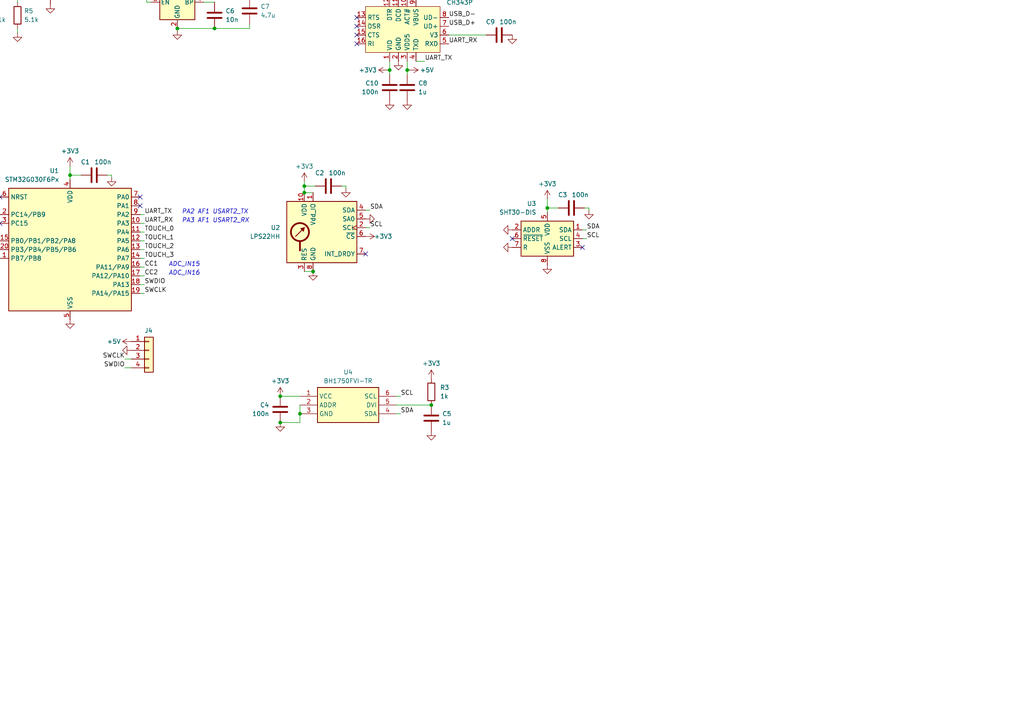
<source format=kicad_sch>
(kicad_sch (version 20230121) (generator eeschema)
  (paper "A4")
  (lib_symbols
    (symbol "BH1750FVI-TR:BH1750FVI-TR"
      (property "Reference" "U" (at 24.13 7.62 0))
      (property "Value" "BH1750FVI-TR" (at 24.13 5.08 0))
      (symbol "BH1750FVI-TR_1_1"
        (rectangle (start 5.08 2.54) (end 22.86 -7.62) (stroke (width 0.254)) (fill (type background)))
        (pin passive line (at 0 0 0) (length 5.08) (name "VCC") (number "1"))
        (pin passive line (at 0 -2.54 0) (length 5.08) (name "ADDR") (number "2"))
        (pin passive line (at 0 -5.08 0) (length 5.08) (name "GND") (number "3"))
        (pin passive line (at 27.94 -5.08 180) (length 5.08) (name "SDA") (number "4"))
        (pin passive line (at 27.94 -2.54 180) (length 5.08) (name "DVI") (number "5"))
        (pin passive line (at 27.94 0 180) (length 5.08) (name "SCL") (number "6"))
      )
    )
    (symbol "Connector:USB_C_Receptacle_USB2.0_14P" (pin_names (offset 1.016))
      (property "Reference" "J" (at 0 22.225 0))
      (property "Value" "USB_C_Receptacle_USB2.0_14P" (at 0 19.685 0))
      (symbol "USB_C_Receptacle_USB2.0_14P_0_0"
        (rectangle (start -0.254 -17.78) (end 0.254 -16.764))
        (rectangle (start 10.16 -4.826) (end 9.144 -5.334))
        (rectangle (start 10.16 -2.286) (end 9.144 -2.794))
        (rectangle (start 10.16 0.254) (end 9.144 -0.254))
        (rectangle (start 10.16 2.794) (end 9.144 2.286))
        (rectangle (start 10.16 7.874) (end 9.144 7.366))
        (rectangle (start 10.16 10.414) (end 9.144 9.906))
        (rectangle (start 10.16 15.494) (end 9.144 14.986))
      )
      (symbol "USB_C_Receptacle_USB2.0_14P_0_1"
        (rectangle (start -10.16 17.78) (end 10.16 -17.78) (stroke (width 0.254)) (fill (type background)))
        (arc (start -8.89 -3.81) (mid -6.985 -5.7067) (end -5.08 -3.81) (stroke (width 0.508)))
        (arc (start -7.62 -3.81) (mid -6.985 -4.4423) (end -6.35 -3.81) (stroke (width 0.254)))
        (arc (start -7.62 -3.81) (mid -6.985 -4.4423) (end -6.35 -3.81) (stroke (width 0.254)) (fill (type outline)))
        (rectangle (start -7.62 -3.81) (end -6.35 3.81) (stroke (width 0.254)) (fill (type outline)))
        (arc (start -6.35 3.81) (mid -6.985 4.4423) (end -7.62 3.81) (stroke (width 0.254)))
        (arc (start -6.35 3.81) (mid -6.985 4.4423) (end -7.62 3.81) (stroke (width 0.254)) (fill (type outline)))
        (arc (start -5.08 3.81) (mid -6.985 5.7067) (end -8.89 3.81) (stroke (width 0.508)))
        (circle (center -2.54 1.143) (radius 0.635) (stroke (width 0.254)) (fill (type outline)))
        (circle (center 0 -5.842) (radius 1.27) (fill (type outline)))
        (polyline (pts (xy -8.89 -3.81) (xy -8.89 3.81)) (stroke (width 0.508)))
        (polyline (pts (xy -5.08 3.81) (xy -5.08 -3.81)) (stroke (width 0.508)))
        (polyline (pts (xy 0 -5.842) (xy 0 4.318)) (stroke (width 0.508)))
        (polyline (pts (xy 0 -3.302) (xy -2.54 -0.762) (xy -2.54 0.508)) (stroke (width 0.508)))
        (polyline (pts (xy 0 -2.032) (xy 2.54 0.508) (xy 2.54 1.778)) (stroke (width 0.508)))
        (polyline (pts (xy -1.27 4.318) (xy 0 6.858) (xy 1.27 4.318) (xy -1.27 4.318)) (stroke (width 0.254)) (fill (type outline)))
        (rectangle (start 1.905 1.778) (end 3.175 3.048) (stroke (width 0.254)) (fill (type outline)))
      )
      (symbol "USB_C_Receptacle_USB2.0_14P_1_1"
        (pin passive line (at 0 -22.86 90) (length 5.08) (name "GND") (number "A1"))
        (pin passive line (at 0 -22.86 90) (length 5.08) hide (name "GND") (number "A12"))
        (pin passive line (at 15.24 15.24 180) (length 5.08) (name "VBUS") (number "A4"))
        (pin bidirectional line (at 15.24 10.16 180) (length 5.08) (name "CC1") (number "A5"))
        (pin bidirectional line (at 15.24 -2.54 180) (length 5.08) (name "D+") (number "A6"))
        (pin bidirectional line (at 15.24 2.54 180) (length 5.08) (name "D-") (number "A7"))
        (pin passive line (at 15.24 15.24 180) (length 5.08) hide (name "VBUS") (number "A9"))
        (pin passive line (at 0 -22.86 90) (length 5.08) hide (name "GND") (number "B1"))
        (pin passive line (at 0 -22.86 90) (length 5.08) hide (name "GND") (number "B12"))
        (pin passive line (at 15.24 15.24 180) (length 5.08) hide (name "VBUS") (number "B4"))
        (pin bidirectional line (at 15.24 7.62 180) (length 5.08) (name "CC2") (number "B5"))
        (pin bidirectional line (at 15.24 -5.08 180) (length 5.08) (name "D+") (number "B6"))
        (pin bidirectional line (at 15.24 0 180) (length 5.08) (name "D-") (number "B7"))
        (pin passive line (at 15.24 15.24 180) (length 5.08) hide (name "VBUS") (number "B9"))
        (pin passive line (at -7.62 -22.86 90) (length 5.08) (name "SHIELD") (number "S1"))
      )
    )
    (symbol "Connector_Generic:Conn_01x03" (pin_names (offset 1.016) hide)
      (property "Reference" "J" (at 0 5.08 0))
      (property "Value" "Conn_01x03" (at 0 -5.08 0))
      (symbol "Conn_01x03_1_1"
        (rectangle (start -1.27 -2.413) (end 0 -2.667) (stroke (width 0.1524)))
        (rectangle (start -1.27 0.127) (end 0 -0.127) (stroke (width 0.1524)))
        (rectangle (start -1.27 2.667) (end 0 2.413) (stroke (width 0.1524)))
        (rectangle (start -1.27 3.81) (end 1.27 -3.81) (stroke (width 0.254)) (fill (type background)))
        (pin passive line (at -5.08 2.54 0) (length 3.81) (name "Pin_1") (number "1"))
        (pin passive line (at -5.08 0 0) (length 3.81) (name "Pin_2") (number "2"))
        (pin passive line (at -5.08 -2.54 0) (length 3.81) (name "Pin_3") (number "3"))
      )
    )
    (symbol "Connector_Generic:Conn_01x04" (pin_names (offset 1.016) hide)
      (property "Reference" "J" (at 0 5.08 0))
      (property "Value" "Conn_01x04" (at 0 -7.62 0))
      (symbol "Conn_01x04_1_1"
        (rectangle (start -1.27 -4.953) (end 0 -5.207) (stroke (width 0.1524)))
        (rectangle (start -1.27 -2.413) (end 0 -2.667) (stroke (width 0.1524)))
        (rectangle (start -1.27 0.127) (end 0 -0.127) (stroke (width 0.1524)))
        (rectangle (start -1.27 2.667) (end 0 2.413) (stroke (width 0.1524)))
        (rectangle (start -1.27 3.81) (end 1.27 -6.35) (stroke (width 0.254)) (fill (type background)))
        (pin passive line (at -5.08 2.54 0) (length 3.81) (name "Pin_1") (number "1"))
        (pin passive line (at -5.08 0 0) (length 3.81) (name "Pin_2") (number "2"))
        (pin passive line (at -5.08 -2.54 0) (length 3.81) (name "Pin_3") (number "3"))
        (pin passive line (at -5.08 -5.08 0) (length 3.81) (name "Pin_4") (number "4"))
      )
    )
    (symbol "Device:C" (pin_numbers hide) (pin_names (offset 0.254))
      (property "Reference" "C" (at 0.635 2.54 0))
      (property "Value" "C" (at 0.635 -2.54 0))
      (symbol "C_0_1"
        (polyline (pts (xy -2.032 -0.762) (xy 2.032 -0.762)) (stroke (width 0.508)))
        (polyline (pts (xy -2.032 0.762) (xy 2.032 0.762)) (stroke (width 0.508)))
      )
      (symbol "C_1_1"
        (pin passive line (at 0 3.81 270) (length 2.794) (name "~") (number "1"))
        (pin passive line (at 0 -3.81 90) (length 2.794) (name "~") (number "2"))
      )
    )
    (symbol "Device:R" (pin_numbers hide) (pin_names (offset 0))
      (property "Reference" "R" (at 2.032 0 90))
      (property "Value" "R" (at 0 0 90))
      (symbol "R_0_1"
        (rectangle (start -1.016 -2.54) (end 1.016 2.54) (stroke (width 0.254)))
      )
      (symbol "R_1_1"
        (pin passive line (at 0 3.81 270) (length 1.27) (name "~") (number "1"))
        (pin passive line (at 0 -3.81 90) (length 1.27) (name "~") (number "2"))
      )
    )
    (symbol "Diode:SMF5V0A" (pin_numbers hide) (pin_names (offset 1.016) hide)
      (property "Reference" "D" (at 0 2.54 0))
      (property "Value" "SMF5V0A" (at 0 -2.54 0))
      (symbol "SMF5V0A_0_1"
        (polyline (pts (xy -0.762 1.27) (xy -1.27 1.27) (xy -1.27 -1.27)) (stroke (width 0.254)))
        (polyline (pts (xy 1.27 1.27) (xy 1.27 -1.27) (xy -1.27 0) (xy 1.27 1.27)) (stroke (width 0.254)))
      )
      (symbol "SMF5V0A_1_1"
        (pin passive line (at -3.81 0 0) (length 2.54) (name "A1") (number "1"))
        (pin passive line (at 3.81 0 180) (length 2.54) (name "A2") (number "2"))
      )
    )
    (symbol "MCU_ST_STM32G0:STM32G030F6Px"
      (property "Reference" "U" (at -17.78 19.05 0))
      (property "Value" "STM32G030F6Px" (at 2.54 19.05 0))
      (symbol "STM32G030F6Px_0_1"
        (rectangle (start -17.78 -17.78) (end 17.78 17.78) (stroke (width 0.254)) (fill (type background)))
      )
      (symbol "STM32G030F6Px_1_1"
        (pin bidirectional line (at -20.32 -2.54 0) (length 2.54) (name "PB7/PB8") (number "1"))
        (pin bidirectional line (at 20.32 7.62 180) (length 2.54) (name "PA3") (number "10"))
        (pin bidirectional line (at 20.32 5.08 180) (length 2.54) (name "PA4") (number "11"))
        (pin bidirectional line (at 20.32 2.54 180) (length 2.54) (name "PA5") (number "12"))
        (pin bidirectional line (at 20.32 0 180) (length 2.54) (name "PA6") (number "13"))
        (pin bidirectional line (at 20.32 -2.54 180) (length 2.54) (name "PA7") (number "14"))
        (pin bidirectional line (at -20.32 2.54 0) (length 2.54) (name "PB0/PB1/PB2/PA8") (number "15"))
        (pin bidirectional line (at 20.32 -5.08 180) (length 2.54) (name "PA11/PA9") (number "16"))
        (pin bidirectional line (at 20.32 -7.62 180) (length 2.54) (name "PA12/PA10") (number "17"))
        (pin bidirectional line (at 20.32 -10.16 180) (length 2.54) (name "PA13") (number "18"))
        (pin bidirectional line (at 20.32 -12.7 180) (length 2.54) (name "PA14/PA15") (number "19"))
        (pin bidirectional line (at -20.32 10.16 0) (length 2.54) (name "PC14/PB9") (number "2"))
        (pin bidirectional line (at -20.32 0 0) (length 2.54) (name "PB3/PB4/PB5/PB6") (number "20"))
        (pin bidirectional line (at -20.32 7.62 0) (length 2.54) (name "PC15") (number "3"))
        (pin power_in line (at 0 20.32 270) (length 2.54) (name "VDD") (number "4"))
        (pin power_in line (at 0 -20.32 90) (length 2.54) (name "VSS") (number "5"))
        (pin input line (at -20.32 15.24 0) (length 2.54) (name "NRST") (number "6"))
        (pin bidirectional line (at 20.32 15.24 180) (length 2.54) (name "PA0") (number "7"))
        (pin bidirectional line (at 20.32 12.7 180) (length 2.54) (name "PA1") (number "8"))
        (pin bidirectional line (at 20.32 10.16 180) (length 2.54) (name "PA2") (number "9"))
      )
    )
    (symbol "Mushroom_symbols:CH343P"
      (property "Reference" "U" (at -12.7 11.43 0))
      (property "Value" "CH343P" (at -12.7 8.89 0))
      (symbol "CH343P_1_1"
        (rectangle (start -10.795 6.985) (end 10.795 -6.35) (fill (type background)))
        (pin passive line (at -3.81 -8.89 90) (length 2.54) (name "VIO") (number "1"))
        (pin passive line (at 1.27 9.525 270) (length 2.54) (name "ACT#") (number "10"))
        (pin passive line (at -1.27 9.525 270) (length 2.54) (name "DCD") (number "11"))
        (pin passive line (at -3.81 9.525 270) (length 2.54) (name "DTR") (number "12"))
        (pin passive line (at -13.335 3.81 0) (length 2.54) (name "RTS") (number "13"))
        (pin passive line (at -13.335 1.27 0) (length 2.54) (name "DSR") (number "14"))
        (pin passive line (at -13.335 -1.27 0) (length 2.54) (name "CTS") (number "15"))
        (pin passive line (at -13.335 -3.81 0) (length 2.54) (name "RI") (number "16"))
        (pin passive line (at -1.27 -8.89 90) (length 2.54) hide (name "GND") (number "17"))
        (pin passive line (at -1.27 -8.89 90) (length 2.54) (name "GND") (number "2"))
        (pin passive line (at 1.27 -8.89 90) (length 2.54) (name "VDD5") (number "3"))
        (pin passive line (at 3.81 -8.89 90) (length 2.54) (name "TXD") (number "4"))
        (pin passive line (at 13.335 -3.81 180) (length 2.54) (name "RXD") (number "5"))
        (pin passive line (at 13.335 -1.27 180) (length 2.54) (name "V3") (number "6"))
        (pin passive line (at 13.335 1.27 180) (length 2.54) (name "UD+") (number "7"))
        (pin passive line (at 13.335 3.81 180) (length 2.54) (name "UD-") (number "8"))
        (pin passive line (at 3.81 9.525 270) (length 2.54) (name "VBUS") (number "9"))
      )
    )
    (symbol "Mushroom_symbols:R_Network04_Split" (pin_names (offset 0) hide)
      (property "Reference" "RN" (at 2.032 0 90))
      (property "Value" "R_Network04_Split" (at 0 0 90))
      (symbol "R_Network04_Split_0_1"
        (rectangle (start -1.016 2.54) (end 1.016 -2.54) (stroke (width 0.254)))
      )
      (symbol "R_Network04_Split_1_1"
        (pin passive line (at 0 3.81 270) (length 1.27) (name "R1.1") (number "1"))
        (pin passive line (at 0 -3.81 90) (length 1.27) (name "R1.2") (number "8"))
      )
      (symbol "R_Network04_Split_2_1"
        (pin passive line (at 0 3.81 270) (length 1.27) (name "R2.1") (number "2"))
        (pin passive line (at 0 -3.81 90) (length 1.27) (name "R2.2") (number "7"))
      )
      (symbol "R_Network04_Split_3_0"
        (pin passive line (at 0 -3.81 90) (length 1.27) (name "R3.2") (number "6"))
      )
      (symbol "R_Network04_Split_3_1"
        (pin passive line (at 0 3.81 270) (length 1.27) (name "R3.1") (number "3"))
      )
      (symbol "R_Network04_Split_4_0"
        (pin passive line (at 0 3.81 270) (length 1.27) (name "R4.1") (number "4"))
        (pin passive line (at 0 -3.81 90) (length 1.27) (name "R4.2") (number "5"))
      )
    )
    (symbol "Regulator_Linear:SPX3819M5-L-3-3" (pin_names (offset 0.254))
      (property "Reference" "U" (at -3.81 5.715 0))
      (property "Value" "SPX3819M5-L-3-3" (at 0 5.715 0))
      (symbol "SPX3819M5-L-3-3_0_1"
        (rectangle (start -5.08 4.445) (end 5.08 -5.08) (stroke (width 0.254)) (fill (type background)))
      )
      (symbol "SPX3819M5-L-3-3_1_1"
        (pin power_in line (at -7.62 2.54 0) (length 2.54) (name "IN") (number "1"))
        (pin power_in line (at 0 -7.62 90) (length 2.54) (name "GND") (number "2"))
        (pin input line (at -7.62 0 0) (length 2.54) (name "EN") (number "3"))
        (pin input line (at 7.62 0 180) (length 2.54) (name "BP") (number "4"))
        (pin power_out line (at 7.62 2.54 180) (length 2.54) (name "OUT") (number "5"))
      )
    )
    (symbol "Sensor_Humidity:SHT30-DIS"
      (property "Reference" "U" (at -6.35 6.35 0))
      (property "Value" "SHT30-DIS" (at 6.35 6.35 0))
      (symbol "SHT30-DIS_0_1"
        (rectangle (start -7.62 5.08) (end 7.62 -5.08) (stroke (width 0.254)) (fill (type background)))
      )
      (symbol "SHT30-DIS_1_1"
        (pin bidirectional line (at 10.16 2.54 180) (length 2.54) (name "SDA") (number "1"))
        (pin input line (at -10.16 2.54 0) (length 2.54) (name "ADDR") (number "2"))
        (pin output line (at 10.16 -2.54 180) (length 2.54) (name "ALERT") (number "3"))
        (pin input line (at 10.16 0 180) (length 2.54) (name "SCL") (number "4"))
        (pin power_in line (at 0 7.62 270) (length 2.54) (name "VDD") (number "5"))
        (pin input line (at -10.16 0 0) (length 2.54) (name "~{RESET}") (number "6"))
        (pin passive line (at -10.16 -2.54 0) (length 2.54) (name "R") (number "7"))
        (pin power_in line (at 0 -7.62 90) (length 2.54) (name "VSS") (number "8"))
        (pin passive line (at 0 -7.62 90) (length 2.54) hide (name "VSS") (number "9"))
      )
    )
    (symbol "Sensor_Pressure:LPS22HH"
      (property "Reference" "U" (at -11.43 1.27 0))
      (property "Value" "LPS22HH" (at -11.43 -1.27 0))
      (symbol "LPS22HH_0_1"
        (rectangle (start -10.16 10.16) (end 10.16 -7.62) (stroke (width 0.254)) (fill (type background)))
        (circle (center -6.35 1.27) (radius 2.6162) (stroke (width 0.508)))
        (polyline (pts (xy -7.62 0) (xy -5.08 2.54)) (stroke (width 0.254)))
        (polyline (pts (xy -6.35 -1.524) (xy -6.35 -4.064)) (stroke (width 0.508)))
        (polyline (pts (xy -5.08 2.54) (xy -5.334 1.524) (xy -6.096 2.286) (xy -5.08 2.54)) (stroke (width 0.254)) (fill (type outline)))
      )
      (symbol "LPS22HH_1_1"
        (pin power_in line (at -2.54 12.7 270) (length 2.54) (name "Vdd_IO") (number "1"))
        (pin power_in line (at -5.08 12.7 270) (length 2.54) (name "VDD") (number "10"))
        (pin input clock (at 12.7 2.54 180) (length 2.54) (name "SCL") (number "2"))
        (pin passive line (at -5.08 -10.16 90) (length 2.54) (name "RES") (number "3"))
        (pin bidirectional line (at 12.7 7.62 180) (length 2.54) (name "SDA") (number "4"))
        (pin input line (at 12.7 5.08 180) (length 2.54) (name "SA0") (number "5"))
        (pin input line (at 12.7 0 180) (length 2.54) (name "~{CS}") (number "6"))
        (pin output line (at 12.7 -5.08 180) (length 2.54) (name "INT_DRDY") (number "7"))
        (pin power_in line (at -2.54 -10.16 90) (length 2.54) (name "GND") (number "8"))
        (pin passive line (at -2.54 -10.16 90) (length 2.54) hide (name "GND") (number "9"))
      )
    )
    (symbol "power:+3V3" (power) (pin_names (offset 0))
      (property "Value" "+3V3" (at 0 3.556 0))
      (symbol "+3V3_0_1"
        (polyline (pts (xy -0.762 1.27) (xy 0 2.54)))
        (polyline (pts (xy 0 0) (xy 0 2.54)))
        (polyline (pts (xy 0 2.54) (xy 0.762 1.27)))
      )
      (symbol "+3V3_1_1"
        (pin power_in line (at 0 0 90) (length 0) hide (name "+3V3") (number "1"))
      )
    )
    (symbol "power:+5V" (power) (pin_names (offset 0))
      (property "Value" "+5V" (at 0 3.556 0))
      (symbol "+5V_0_1"
        (polyline (pts (xy -0.762 1.27) (xy 0 2.54)))
        (polyline (pts (xy 0 0) (xy 0 2.54)))
        (polyline (pts (xy 0 2.54) (xy 0.762 1.27)))
      )
      (symbol "+5V_1_1"
        (pin power_in line (at 0 0 90) (length 0) hide (name "+5V") (number "1"))
      )
    )
    (symbol "power:GND" (power) (pin_names (offset 0))
      (property "Value" "GND" (at 0 -3.81 0))
      (symbol "GND_0_1"
        (polyline (pts (xy 0 0) (xy 0 -1.27) (xy 1.27 -1.27) (xy 0 -2.54) (xy -1.27 -1.27) (xy 0 -1.27)))
      )
      (symbol "GND_1_1"
        (pin power_in line (at 0 0 270) (length 0) hide (name "GND") (number "1"))
      )
    )
    (symbol "power:PWR_FLAG" (power) (pin_numbers hide) (pin_names (offset 0) hide)
      (property "Value" "PWR_FLAG" (at 0 3.81 0))
      (symbol "PWR_FLAG_0_0"
        (pin power_out line (at 0 0 90) (length 0) (name "pwr") (number "1"))
      )
      (symbol "PWR_FLAG_0_1"
        (polyline (pts (xy 0 0) (xy 0 1.27) (xy -1.016 1.905) (xy 0 2.54) (xy 1.016 1.905) (xy 0 1.27)))
      )
    )
  )
  (junction (at -33.655 114.935))
  (junction (at 14.605 -7.62))
  (junction (at -27.94 58.42))
  (junction (at 20.32 50.8))
  (junction (at -30.48 98.425))
  (junction (at 125.095 117.475))
  (junction (at 86.995 120.015))
  (junction (at 118.11 20.32))
  (junction (at 81.28 114.935))
  (junction (at 88.265 53.975))
  (junction (at -17.145 6.35))
  (junction (at 158.75 60.325))
  (junction (at 72.39 -1.905))
  (junction (at 81.28 122.555))
  (junction (at 51.435 8.255))
  (junction (at 113.03 20.32))
  (junction (at -33.655 112.395))
  (junction (at -33.655 109.855))
  (junction (at 88.265 55.88))
  (junction (at 62.23 8.255))
  (junction (at 42.545 -1.905))
  (junction (at -32.385 30.48))
  (junction (at -17.145 11.43))
  (junction (at 90.805 78.74))
  (no_connect (at 103.505 10.16))
  (no_connect (at 113.03 -0.635))
  (no_connect (at 115.57 -0.635))
  (no_connect (at 0 64.77))
  (no_connect (at 148.59 69.215))
  (no_connect (at 118.11 -0.635))
  (no_connect (at 40.64 59.69))
  (no_connect (at 106.045 73.66))
  (no_connect (at 168.91 71.755))
  (no_connect (at 103.505 7.62))
  (no_connect (at -40.005 30.48))
  (no_connect (at 40.64 57.15))
  (no_connect (at 103.505 5.08))
  (no_connect (at 0 57.15))
  (no_connect (at 103.505 12.7))
  (wire (pts (xy 43.815 0.635) (xy 42.545 0.635)))
  (wire (pts (xy -22.86 112.395) (xy -10.795 112.395)))
  (wire (pts (xy 18.415 -7.62) (xy 14.605 -7.62)))
  (wire (pts (xy 130.175 10.16) (xy 140.97 10.16)))
  (wire (pts (xy -17.145 6.35) (xy -17.145 7.62)))
  (wire (pts (xy 86.995 117.475) (xy 86.995 120.015)))
  (wire (pts (xy -30.48 117.475) (xy -33.655 117.475)))
  (wire (pts (xy 36.195 106.68) (xy 38.1 106.68)))
  (wire (pts (xy -17.145 -7.62) (xy 14.605 -7.62)))
  (wire (pts (xy 32.385 50.8) (xy 32.385 51.435)))
  (wire (pts (xy -27.94 74.295) (xy -27.94 67.945)))
  (wire (pts (xy 14.605 -6.35) (xy 14.605 -7.62)))
  (wire (pts (xy -30.48 96.52) (xy -30.48 98.425)))
  (wire (pts (xy -32.385 30.48) (xy -30.48 30.48)))
  (wire (pts (xy 113.03 17.78) (xy 113.03 20.32)))
  (wire (pts (xy 20.32 48.26) (xy 20.32 50.8)))
  (wire (pts (xy 20.32 50.8) (xy 23.495 50.8)))
  (wire (pts (xy 72.39 -1.905) (xy 72.39 -0.635)))
  (wire (pts (xy 88.265 52.705) (xy 88.265 53.975)))
  (wire (pts (xy -33.655 114.935) (xy -33.655 117.475)))
  (wire (pts (xy 118.745 20.32) (xy 118.11 20.32)))
  (wire (pts (xy 41.91 69.85) (xy 40.64 69.85)))
  (wire (pts (xy -43.18 100.965) (xy -44.45 100.965)))
  (wire (pts (xy 42.545 -1.905) (xy 42.545 0.635)))
  (wire (pts (xy -1.27 69.85) (xy 0 69.85)))
  (wire (pts (xy 41.91 74.93) (xy 40.64 74.93)))
  (wire (pts (xy -1.27 74.93) (xy 0 74.93)))
  (wire (pts (xy -36.83 109.855) (xy -33.655 109.855)))
  (wire (pts (xy 116.205 114.935) (xy 114.935 114.935)))
  (wire (pts (xy 116.205 120.015) (xy 114.935 120.015)))
  (wire (pts (xy 88.265 78.74) (xy 90.805 78.74)))
  (wire (pts (xy 51.435 8.89) (xy 51.435 8.255)))
  (wire (pts (xy -17.145 5.08) (xy -17.145 6.35)))
  (wire (pts (xy 170.815 60.325) (xy 170.815 60.96)))
  (wire (pts (xy 41.91 72.39) (xy 40.64 72.39)))
  (wire (pts (xy -15.875 6.35) (xy -17.145 6.35)))
  (wire (pts (xy 169.545 60.325) (xy 170.815 60.325)))
  (wire (pts (xy 88.265 53.975) (xy 91.44 53.975)))
  (wire (pts (xy 59.055 -1.905) (xy 72.39 -1.905)))
  (wire (pts (xy -15.875 11.43) (xy -17.145 11.43)))
  (wire (pts (xy -43.18 95.885) (xy -44.45 95.885)))
  (wire (pts (xy 118.11 20.32) (xy 118.11 21.59)))
  (wire (pts (xy -36.195 58.42) (xy -27.94 58.42)))
  (wire (pts (xy -17.145 0) (xy -4.445 0)))
  (wire (pts (xy 100.33 53.975) (xy 100.33 54.61)))
  (wire (pts (xy 41.91 67.31) (xy 40.64 67.31)))
  (wire (pts (xy -36.195 67.945) (xy -36.195 71.755)))
  (wire (pts (xy 107.315 60.96) (xy 106.045 60.96)))
  (wire (pts (xy 42.545 -1.905) (xy 43.815 -1.905)))
  (wire (pts (xy 118.11 20.32) (xy 118.11 17.78)))
  (wire (pts (xy 5.08 -2.54) (xy 5.08 0.635)))
  (wire (pts (xy 40.64 82.55) (xy 41.91 82.55)))
  (wire (pts (xy -17.145 -2.54) (xy 5.08 -2.54)))
  (wire (pts (xy 114.935 117.475) (xy 125.095 117.475)))
  (wire (pts (xy -4.445 0) (xy -4.445 0.635)))
  (wire (pts (xy 112.395 20.32) (xy 113.03 20.32)))
  (wire (pts (xy 72.39 8.255) (xy 62.23 8.255)))
  (wire (pts (xy 113.03 20.32) (xy 113.03 21.59)))
  (wire (pts (xy 86.995 122.555) (xy 81.28 122.555)))
  (wire (pts (xy 123.19 17.78) (xy 120.65 17.78)))
  (wire (pts (xy 170.18 69.215) (xy 168.91 69.215)))
  (wire (pts (xy 14.605 -8.255) (xy 14.605 -7.62)))
  (wire (pts (xy -17.145 11.43) (xy -17.145 12.7)))
  (wire (pts (xy 88.265 55.88) (xy 90.805 55.88)))
  (wire (pts (xy 51.435 8.255) (xy 62.23 8.255)))
  (wire (pts (xy 158.75 60.325) (xy 158.75 61.595)))
  (wire (pts (xy 170.18 66.675) (xy 168.91 66.675)))
  (wire (pts (xy -17.145 10.16) (xy -17.145 11.43)))
  (wire (pts (xy -22.86 114.935) (xy -10.795 114.935)))
  (wire (pts (xy 41.91 77.47) (xy 40.64 77.47)))
  (wire (pts (xy -44.45 98.425) (xy -30.48 98.425)))
  (wire (pts (xy 36.195 104.14) (xy 38.1 104.14)))
  (wire (pts (xy 59.055 0.635) (xy 62.23 0.635)))
  (wire (pts (xy -33.655 114.935) (xy -30.48 114.935)))
  (wire (pts (xy 41.91 80.01) (xy 40.64 80.01)))
  (wire (pts (xy -33.655 109.855) (xy -30.48 109.855)))
  (wire (pts (xy -30.48 98.425) (xy -24.765 98.425)))
  (wire (pts (xy 20.32 50.8) (xy 20.32 52.07)))
  (wire (pts (xy -27.94 58.42) (xy -27.94 60.325)))
  (wire (pts (xy -40.005 71.755) (xy -36.195 71.755)))
  (wire (pts (xy -40.005 74.295) (xy -27.94 74.295)))
  (wire (pts (xy -4.445 8.255) (xy -4.445 9.525)))
  (wire (pts (xy 37.465 -1.905) (xy 42.545 -1.905)))
  (wire (pts (xy -33.655 109.855) (xy -33.655 112.395)))
  (wire (pts (xy -36.195 60.325) (xy -36.195 58.42)))
  (wire (pts (xy -22.86 109.855) (xy -10.795 109.855)))
  (wire (pts (xy 41.91 62.23) (xy 40.64 62.23)))
  (wire (pts (xy -33.655 112.395) (xy -33.655 114.935)))
  (wire (pts (xy 107.315 66.04) (xy 106.045 66.04)))
  (wire (pts (xy 158.75 60.325) (xy 161.925 60.325)))
  (wire (pts (xy 31.115 50.8) (xy 32.385 50.8)))
  (wire (pts (xy 158.75 57.785) (xy 158.75 60.325)))
  (wire (pts (xy -1.27 72.39) (xy 0 72.39)))
  (wire (pts (xy -1.27 62.23) (xy 0 62.23)))
  (wire (pts (xy 72.39 6.985) (xy 72.39 8.255)))
  (wire (pts (xy 41.91 85.09) (xy 40.64 85.09)))
  (wire (pts (xy 99.06 53.975) (xy 100.33 53.975)))
  (wire (pts (xy 41.91 64.77) (xy 40.64 64.77)))
  (wire (pts (xy -33.655 112.395) (xy -30.48 112.395)))
  (wire (pts (xy 86.995 120.015) (xy 86.995 122.555)))
  (wire (pts (xy -22.86 117.475) (xy -10.795 117.475)))
  (wire (pts (xy 88.265 53.975) (xy 88.265 55.88)))
  (wire (pts (xy 86.995 114.935) (xy 81.28 114.935)))
  (wire (pts (xy 5.08 8.255) (xy 5.08 9.525)))
  (text "PB6 AF6 I2C1_SCL" (at -7.62 72.39 0) (effects (font (size 1.27 1.27) italic) (justify right bottom)))
  (text "FT" (at -12.065 62.23 0) (effects (font (size 1.27 1.27) italic) (justify right bottom)))
  (text "PA2 AF1 USART2_TX" (at 52.705 62.23 0) (effects (font (size 1.27 1.27) italic) (justify left bottom)))
  (text "ADC_IN15" (at 48.895 77.47 0) (effects (font (size 1.27 1.27) italic) (justify left bottom)))
  (text "PA3 AF1 USART2_RX" (at 52.705 64.77 0) (effects (font (size 1.27 1.27) italic) (justify left bottom)))
  (text "ADC_IN16" (at 48.895 80.01 0) (effects (font (size 1.27 1.27) italic) (justify left bottom)))
  (text "PB7 AF6 I2C1_SDA" (at -7.62 74.93 0) (effects (font (size 1.27 1.27) italic) (justify right bottom)))
  (label "TOUCH_3" (at 41.91 74.93 0))
  (label "UART_RX" (at 130.175 12.7 0))
  (label "SDA" (at 170.18 66.675 0))
  (label "SWCLK" (at 36.195 104.14 180))
  (label "LED_OUT" (at -1.27 62.23 180))
  (label "UART_TX" (at 123.19 17.78 0))
  (label "TOUCH_3" (at -21.59 117.475 0))
  (label "SCL" (at 170.18 69.215 0))
  (label "TOUCH_2" (at -21.59 114.935 0))
  (label "CC1" (at 41.91 77.47 0))
  (label "SCL" (at 116.205 114.935 0))
  (label "SDA" (at -1.27 74.93 180))
  (label "USB_D+" (at 130.175 7.62 0))
  (label "SWCLK" (at 41.91 85.09 0))
  (label "LED_OUT" (at -24.765 98.425 0))
  (label "SCL" (at -1.27 72.39 180))
  (label "USB_D-" (at -15.875 6.35 0))
  (label "SWDIO" (at 36.195 106.68 180))
  (label "TOUCH_1" (at -21.59 112.395 0))
  (label "UART_TX" (at 41.91 62.23 0))
  (label "TOUCH_0" (at -21.59 109.855 0))
  (label "SDA" (at 107.315 60.96 0))
  (label "UART_RX" (at 41.91 64.77 0))
  (label "USB_D+" (at -15.875 11.43 0))
  (label "TOUCH_0" (at 41.91 67.31 0))
  (label "SWDIO" (at 41.91 82.55 0))
  (label "TOUCH_OUT" (at -1.27 69.85 180))
  (label "USB_D-" (at 130.175 5.08 0))
  (label "TOUCH_OUT" (at -36.83 109.855 180))
  (label "SDA" (at 116.205 120.015 0))
  (label "CC2" (at -4.445 0 0))
  (label "TOUCH_2" (at 41.91 72.39 0))
  (label "CC2" (at 41.91 80.01 0))
  (label "SCL" (at 107.315 66.04 0))
  (label "SDA" (at -40.005 74.295 180))
  (label "TOUCH_1" (at 41.91 69.85 0))
  (label "SCL" (at -40.005 71.755 180))
  (label "CC1" (at 5.08 -2.54 0))
  (symbol (lib_id "Mushroom_symbols:R_Network04_Split") (at -26.67 114.935 90) (unit 3)
    (property "Reference" "RN1" (at -26.67 114.935 90))
    (property "Value" "1M" (effects hide))
    (property "Footprint" "Resistor_SMD:R_Array_Convex_4x0402" (effects hide))
  )
  (symbol (lib_id "Regulator_Linear:SPX3819M5-L-3-3") (at 51.435 0.635 0) (unit 1)
    (property "Reference" "U5" (at 51.435 -8.89 0))
    (property "Value" "SPX3819M5-L-3-3" (at 51.435 -6.35 0))
    (property "Footprint" "Package_TO_SOT_SMD:SOT-23-5" (effects hide))
    (property "Datasheet" "https://www.exar.com/content/document.ashx?id=22106&languageid=1033&type=Datasheet&partnumber=SPX3819&filename=SPX3819.pdf&part=SPX3819" (effects hide))
  )
  (symbol (lib_id "Sensor_Humidity:SHT30-DIS") (at 158.75 69.215 0) (unit 1)
    (property "Reference" "U3" (at 155.575 59.055 0) (effects (justify right)))
    (property "Value" "SHT30-DIS" (at 155.575 61.595 0) (effects (justify right)))
    (property "Footprint" "Sensor_Humidity:Sensirion_DFN-8-1EP_2.5x2.5mm_P0.5mm_EP1.1x1.7mm" (effects hide))
    (property "Datasheet" "https://www.sensirion.com/fileadmin/user_upload/customers/sensirion/Dokumente/2_Humidity_Sensors/Datasheets/Sensirion_Humidity_Sensors_SHT3x_Datasheet_digital.pdf" (effects hide))
  )
  (symbol (lib_id "power:+3V3") (at 125.095 109.855 0) (unit 1)
    (property "Reference" "#PWR012" (effects hide))
    (property "Value" "+3V3" (at 125.095 105.41 0))
  )
  (symbol (lib_id "power:GND") (at 106.045 63.5 90) (unit 1)
    (property "Reference" "#PWR025" (effects hide))
    (property "Value" "GND" (effects hide))
  )
  (symbol (lib_id "power:GND") (at -4.445 9.525 0) (mirror y) (unit 1)
    (property "Reference" "#PWR07" (effects hide))
    (property "Value" "GND" (effects hide))
  )
  (symbol (lib_id "power:GND") (at -43.18 100.965 0) (unit 1)
    (property "Reference" "#PWR029" (effects hide))
    (property "Value" "GND" (effects hide))
  )
  (symbol (lib_id "power:+3V3") (at -27.94 58.42 0) (unit 1)
    (property "Reference" "#PWR021" (effects hide))
    (property "Value" "+3V3" (at -27.94 53.975 0))
  )
  (symbol (lib_id "Device:C") (at 125.095 121.285 0) (unit 1)
    (property "Reference" "C5" (at 128.27 120.015 0) (effects (justify left)))
    (property "Value" "1u" (at 128.27 122.555 0) (effects (justify left)))
    (property "Footprint" "Capacitor_SMD:C_0402_1005Metric" (effects hide))
  )
  (symbol (lib_id "power:GND") (at -32.385 30.48 0) (mirror y) (unit 1)
    (property "Reference" "#PWR04" (effects hide))
    (property "Value" "GND" (effects hide))
  )
  (symbol (lib_id "Diode:SMF5V0A") (at 14.605 -2.54 270) (unit 1)
    (property "Reference" "D1" (at 17.78 -3.81 90) (effects (justify left)))
    (property "Value" "SMBJ5.0A" (at 17.78 -1.27 90) (effects (justify left)))
    (property "Footprint" "Diode_SMD:D_SMB" (effects hide))
    (property "Datasheet" "https://www.vishay.com/doc?85881" (effects hide))
  )
  (symbol (lib_id "power:GND") (at 170.815 60.96 0) (unit 1)
    (property "Reference" "#PWR018" (effects hide))
    (property "Value" "GND" (effects hide))
  )
  (symbol (lib_id "Sensor_Pressure:LPS22HH") (at 93.345 68.58 0) (unit 1)
    (property "Reference" "U2" (at 81.28 66.04 0) (effects (justify right)))
    (property "Value" "LPS22HH" (at 81.28 68.58 0) (effects (justify right)))
    (property "Footprint" "Package_LGA:ST_HLGA-10_2x2mm_P0.5mm_LayoutBorder3x2y" (effects hide))
    (property "Datasheet" "https://www.st.com/resource/en/datasheet/lps22hh.pdf" (effects hide))
  )
  (symbol (lib_id "Device:R") (at -36.195 64.135 0) (unit 1)
    (property "Reference" "R1" (at -38.1 62.865 0) (effects (justify right)))
    (property "Value" "2.2k" (at -38.1 65.405 0) (effects (justify right)))
    (property "Footprint" "Resistor_SMD:R_0402_1005Metric" (effects hide))
  )
  (symbol (lib_id "Mushroom_symbols:R_Network04_Split") (at -26.67 109.855 90) (unit 1)
    (property "Reference" "RN1" (at -26.67 109.855 90))
    (property "Value" "1M" (at -26.67 107.315 90))
    (property "Footprint" "Resistor_SMD:R_Array_Convex_4x0402" (effects hide))
  )
  (symbol (lib_id "power:+3V3") (at 20.32 48.26 0) (unit 1)
    (property "Reference" "#PWR03" (effects hide))
    (property "Value" "+3V3" (at 20.32 43.815 0))
  )
  (symbol (lib_id "MCU_ST_STM32G0:STM32G030F6Px") (at 20.32 72.39 0) (unit 1)
    (property "Reference" "U1" (at 17.145 49.53 0) (effects (justify right)))
    (property "Value" "STM32G030F6Px" (at 17.145 52.07 0) (effects (justify right)))
    (property "Footprint" "Package_SO:TSSOP-20_4.4x6.5mm_P0.65mm" (effects hide))
    (property "Datasheet" "https://www.st.com/resource/en/datasheet/stm32g030f6.pdf" (effects hide))
  )
  (symbol (lib_id "power:GND") (at 158.75 76.835 0) (unit 1)
    (property "Reference" "#PWR016" (effects hide))
    (property "Value" "GND" (effects hide))
  )
  (symbol (lib_id "power:GND") (at 81.28 122.555 0) (unit 1)
    (property "Reference" "#PWR014" (effects hide))
    (property "Value" "GND" (effects hide))
  )
  (symbol (lib_id "power:+5V") (at 14.605 -8.255 0) (unit 1)
    (property "Reference" "#PWR05" (effects hide))
    (property "Value" "+5V" (at 14.605 -12.065 0))
  )
  (symbol (lib_id "power:+5V") (at -30.48 88.9 0) (unit 1)
    (property "Reference" "#PWR027" (effects hide))
    (property "Value" "+5V" (at -30.48 85.09 0))
  )
  (symbol (lib_id "power:GND") (at 51.435 8.89 0) (unit 1)
    (property "Reference" "#PWR010" (effects hide))
    (property "Value" "GND" (effects hide))
  )
  (symbol (lib_id "Device:C") (at 27.305 50.8 90) (unit 1)
    (property "Reference" "C1" (at 24.765 46.99 90))
    (property "Value" "100n" (at 29.845 46.99 90))
    (property "Footprint" "Capacitor_SMD:C_0402_1005Metric" (effects hide))
  )
  (symbol (lib_id "Device:C") (at 81.28 118.745 0) (mirror y) (unit 1)
    (property "Reference" "C4" (at 78.105 117.475 0) (effects (justify left)))
    (property "Value" "100n" (at 78.105 120.015 0) (effects (justify left)))
    (property "Footprint" "Capacitor_SMD:C_0402_1005Metric" (effects hide))
  )
  (symbol (lib_id "power:+3V3") (at 88.265 52.705 0) (unit 1)
    (property "Reference" "#PWR022" (effects hide))
    (property "Value" "+3V3" (at 88.265 48.26 0))
  )
  (symbol (lib_id "power:PWR_FLAG") (at -30.48 30.48 270) (unit 1)
    (property "Reference" "#FLG01" (effects hide))
    (property "Value" "PWR_FLAG" (effects hide))
  )
  (symbol (lib_id "Device:C") (at 118.11 25.4 0) (unit 1)
    (property "Reference" "C8" (at 121.285 24.13 0) (effects (justify left)))
    (property "Value" "1u" (at 121.285 26.67 0) (effects (justify left)))
    (property "Footprint" "Capacitor_SMD:C_0402_1005Metric" (effects hide))
  )
  (symbol (lib_id "Device:R") (at -27.94 64.135 0) (unit 1)
    (property "Reference" "R2" (at -29.845 62.865 0) (effects (justify right)))
    (property "Value" "2.2k" (at -29.845 65.405 0) (effects (justify right)))
    (property "Footprint" "Resistor_SMD:R_0402_1005Metric" (effects hide))
  )
  (symbol (lib_id "Device:R") (at 125.095 113.665 0) (mirror y) (unit 1)
    (property "Reference" "R3" (at 127.635 112.395 0) (effects (justify right)))
    (property "Value" "1k" (at 127.635 114.935 0) (effects (justify right)))
    (property "Footprint" "Resistor_SMD:R_0402_1005Metric" (effects hide))
  )
  (symbol (lib_id "Device:C") (at 113.03 25.4 0) (mirror y) (unit 1)
    (property "Reference" "C10" (at 109.855 24.13 0) (effects (justify left)))
    (property "Value" "100n" (at 109.855 26.67 0) (effects (justify left)))
    (property "Footprint" "Capacitor_SMD:C_0402_1005Metric" (effects hide))
  )
  (symbol (lib_id "power:+5V") (at 120.65 -0.635 0) (unit 1)
    (property "Reference" "#PWR033" (effects hide))
    (property "Value" "+5V" (at 120.65 -4.445 0))
  )
  (symbol (lib_id "Connector_Generic:Conn_01x04") (at -5.715 112.395 0) (unit 1)
    (property "Reference" "J3" (at -6.985 106.68 0) (effects (justify left)))
    (property "Value" "Conn_01x04" (effects hide))
    (property "Footprint" "Mushroom_footprints:Arc_Pins_12" (effects hide))
  )
  (symbol (lib_id "power:GND") (at 32.385 51.435 0) (unit 1)
    (property "Reference" "#PWR02" (effects hide))
    (property "Value" "GND" (effects hide))
  )
  (symbol (lib_id "Device:R") (at 5.08 4.445 0) (unit 1)
    (property "Reference" "R5" (at 6.985 3.175 0) (effects (justify left)))
    (property "Value" "5.1k" (at 6.985 5.715 0) (effects (justify left)))
    (property "Footprint" "Resistor_SMD:R_0402_1005Metric" (effects hide))
  )
  (symbol (lib_id "power:GND") (at 148.59 66.675 270) (unit 1)
    (property "Reference" "#PWR020" (effects hide))
    (property "Value" "GND" (effects hide))
  )
  (symbol (lib_id "power:GND") (at 148.59 71.755 270) (unit 1)
    (property "Reference" "#PWR019" (effects hide))
    (property "Value" "GND" (effects hide))
  )
  (symbol (lib_id "power:+5V") (at 118.745 20.32 270) (unit 1)
    (property "Reference" "#PWR032" (effects hide))
    (property "Value" "+5V" (at 123.825 20.32 90))
  )
  (symbol (lib_id "Device:C") (at 95.25 53.975 90) (unit 1)
    (property "Reference" "C2" (at 92.71 50.165 90))
    (property "Value" "100n" (at 97.79 50.165 90))
    (property "Footprint" "Capacitor_SMD:C_0402_1005Metric" (effects hide))
  )
  (symbol (lib_id "power:GND") (at 125.095 125.095 0) (unit 1)
    (property "Reference" "#PWR015" (effects hide))
    (property "Value" "GND" (effects hide))
  )
  (symbol (lib_id "power:GND") (at 148.59 10.16 0) (unit 1)
    (property "Reference" "#PWR035" (effects hide))
    (property "Value" "GND" (effects hide))
  )
  (symbol (lib_id "power:GND") (at 38.1 101.6 270) (unit 1)
    (property "Reference" "#PWR031" (effects hide))
    (property "Value" "GND" (effects hide))
  )
  (symbol (lib_id "Mushroom_symbols:R_Network04_Split") (at -26.67 112.395 90) (unit 2)
    (property "Reference" "RN1" (at -26.67 112.395 90))
    (property "Value" "1M" (effects hide))
    (property "Footprint" "Resistor_SMD:R_Array_Convex_4x0402" (effects hide))
  )
  (symbol (lib_id "Connector:USB_C_Receptacle_USB2.0_14P") (at -32.385 7.62 0) (unit 1)
    (property "Reference" "J1" (at -32.385 -13.97 0))
    (property "Value" "USB_C_Receptacle_USB2.0_14P" (at -32.385 -11.43 0))
    (property "Footprint" "Connector_USB:USB_C_Receptacle_HRO_TYPE-C-31-M-12" (effects hide))
    (property "Datasheet" "https://www.usb.org/sites/default/files/documents/usb_type-c.zip" (effects hide))
  )
  (symbol (lib_id "Mushroom_symbols:CH343P") (at 116.84 8.89 0) (unit 1)
    (property "Reference" "U6" (at 133.35 -1.8481 0))
    (property "Value" "CH343P" (at 133.35 0.6919 0))
    (property "Footprint" "Package_DFN_QFN:QFN-16-1EP_3x3mm_P0.5mm_EP1.9x1.9mm" (effects hide))
  )
  (symbol (lib_id "power:+3V3") (at 81.28 114.935 0) (unit 1)
    (property "Reference" "#PWR013" (effects hide))
    (property "Value" "+3V3" (at 81.28 110.49 0))
  )
  (symbol (lib_id "power:+3V3") (at 112.395 20.32 90) (unit 1)
    (property "Reference" "#PWR038" (effects hide))
    (property "Value" "+3V3" (at 106.68 20.32 90))
  )
  (symbol (lib_id "power:+3V3") (at 72.39 -1.905 0) (unit 1)
    (property "Reference" "#PWR011" (effects hide))
    (property "Value" "+3V3" (at 72.39 -6.35 0))
  )
  (symbol (lib_id "Device:C") (at 62.23 4.445 0) (unit 1)
    (property "Reference" "C6" (at 65.405 3.175 0) (effects (justify left)))
    (property "Value" "10n" (at 65.405 5.715 0) (effects (justify left)))
    (property "Footprint" "Capacitor_SMD:C_0402_1005Metric" (effects hide))
  )
  (symbol (lib_id "Device:R") (at -30.48 92.71 0) (mirror y) (unit 1)
    (property "Reference" "R6" (at -33.02 91.44 0) (effects (justify left)))
    (property "Value" "1.5k" (at -33.02 93.98 0) (effects (justify left)))
    (property "Footprint" "Resistor_SMD:R_0402_1005Metric" (effects hide))
  )
  (symbol (lib_id "power:GND") (at 14.605 1.27 0) (mirror y) (unit 1)
    (property "Reference" "#PWR06" (effects hide))
    (property "Value" "GND" (effects hide))
  )
  (symbol (lib_id "Device:C") (at 165.735 60.325 90) (unit 1)
    (property "Reference" "C3" (at 163.195 56.515 90))
    (property "Value" "100n" (at 168.275 56.515 90))
    (property "Footprint" "Capacitor_SMD:C_0402_1005Metric" (effects hide))
  )
  (symbol (lib_id "Connector_Generic:Conn_01x04") (at 43.18 101.6 0) (unit 1)
    (property "Reference" "J4" (at 41.91 95.885 0) (effects (justify left)))
    (property "Value" "Conn_01x04" (effects hide))
    (property "Footprint" "Mushroom_footprints:TestPoints_1x04_P2.0" (effects hide))
  )
  (symbol (lib_id "power:+5V") (at 38.1 99.06 90) (unit 1)
    (property "Reference" "#PWR030" (effects hide))
    (property "Value" "+5V" (at 33.02 99.06 90))
  )
  (symbol (lib_id "Device:C") (at 144.78 10.16 90) (unit 1)
    (property "Reference" "C9" (at 142.24 6.35 90))
    (property "Value" "100n" (at 147.32 6.35 90))
    (property "Footprint" "Capacitor_SMD:C_0402_1005Metric" (effects hide))
  )
  (symbol (lib_id "Device:C") (at 72.39 3.175 0) (unit 1)
    (property "Reference" "C7" (at 75.565 1.905 0) (effects (justify left)))
    (property "Value" "4.7u" (at 75.565 4.445 0) (effects (justify left)))
    (property "Footprint" "Capacitor_SMD:C_0402_1005Metric" (effects hide))
  )
  (symbol (lib_id "power:GND") (at 20.32 92.71 0) (unit 1)
    (property "Reference" "#PWR01" (effects hide))
    (property "Value" "GND" (effects hide))
  )
  (symbol (lib_id "BH1750FVI-TR:BH1750FVI-TR") (at 86.995 114.935 0) (unit 1)
    (property "Reference" "U4" (at 100.965 107.95 0))
    (property "Value" "BH1750FVI-TR" (at 100.965 110.49 0))
    (property "Footprint" "BH1750FVI-TR:WSOF6" (effects hide))
    (property "Datasheet" "https://componentsearchengine.com/Datasheets/2/BH1750FVI-TR.pdf" (effects hide))
    (property "Manufacturer_Name" "ROHM Semiconductor" (effects hide))
    (property "Manufacturer_Part_Number" "BH1750FVI-TR" (effects hide))
    (property "Mouser Part Number" "755-BH1750FVI-TR" (effects hide))
    (property "Mouser Price/Stock" "https://www.mouser.co.uk/ProductDetail/ROHM-Semiconductor/BH1750FVI-TR?qs=phc6PQ%252BTPUNy88lRCs6mVA%3D%3D" (effects hide))
    (property "Arrow Part Number" "BH1750FVI-TR" (effects hide))
    (property "Arrow Price/Stock" "https://www.arrow.com/en/products/bh1750fvi-tr/rohm-semiconductor" (effects hide))
  )
  (symbol (lib_id "Connector_Generic:Conn_01x03") (at -49.53 98.425 0) (mirror y) (unit 1)
    (property "Reference" "J2" (at -49.53 92.075 0))
    (property "Value" "Conn_01x03" (effects hide))
    (property "Footprint" "Connector_PinHeader_2.54mm:PinHeader_1x03_P2.54mm_Vertical" (effects hide))
  )
  (symbol (lib_id "power:GND") (at 5.08 9.525 0) (mirror y) (unit 1)
    (property "Reference" "#PWR08" (effects hide))
    (property "Value" "GND" (effects hide))
  )
  (symbol (lib_id "power:GND") (at 118.11 29.21 0) (unit 1)
    (property "Reference" "#PWR036" (effects hide))
    (property "Value" "GND" (effects hide))
  )
  (symbol (lib_id "Mushroom_symbols:R_Network04_Split") (at -26.67 117.475 90) (unit 4)
    (property "Reference" "RN1" (at -26.67 117.475 90))
    (property "Value" "1M" (effects hide))
    (property "Footprint" "Resistor_SMD:R_Array_Convex_4x0402" (effects hide))
  )
  (symbol (lib_id "power:+3V3") (at 158.75 57.785 0) (unit 1)
    (property "Reference" "#PWR017" (effects hide))
    (property "Value" "+3V3" (at 158.75 53.34 0))
  )
  (symbol (lib_id "power:GND") (at 113.03 29.21 0) (unit 1)
    (property "Reference" "#PWR037" (effects hide))
    (property "Value" "GND" (effects hide))
  )
  (symbol (lib_id "power:PWR_FLAG") (at 18.415 -7.62 270) (unit 1)
    (property "Reference" "#FLG02" (effects hide))
    (property "Value" "PWR_FLAG" (effects hide))
  )
  (symbol (lib_id "power:GND") (at 100.33 54.61 0) (unit 1)
    (property "Reference" "#PWR024" (effects hide))
    (property "Value" "GND" (effects hide))
  )
  (symbol (lib_id "power:+5V") (at -43.18 95.885 0) (unit 1)
    (property "Reference" "#PWR028" (effects hide))
    (property "Value" "+5V" (at -43.18 92.075 0))
  )
  (symbol (lib_id "power:+3V3") (at 106.045 68.58 270) (unit 1)
    (property "Reference" "#PWR026" (effects hide))
    (property "Value" "+3V3" (at 111.125 68.58 90))
  )
  (symbol (lib_id "power:+5V") (at 37.465 -1.905 0) (unit 1)
    (property "Reference" "#PWR09" (effects hide))
    (property "Value" "+5V" (at 37.465 -5.715 0))
  )
  (symbol (lib_id "power:GND") (at 115.57 17.78 0) (unit 1)
    (property "Reference" "#PWR034" (effects hide))
    (property "Value" "GND" (effects hide))
  )
  (symbol (lib_id "power:GND") (at 90.805 78.74 0) (unit 1)
    (property "Reference" "#PWR023" (effects hide))
    (property "Value" "GND" (effects hide))
  )
  (symbol (lib_id "Device:R") (at -4.445 4.445 0) (unit 1)
    (property "Reference" "R4" (at -2.54 3.175 0) (effects (justify left)))
    (property "Value" "5.1k" (at -2.54 5.715 0) (effects (justify left)))
    (property "Footprint" "Resistor_SMD:R_0402_1005Metric" (effects hide))
  )
)
</source>
